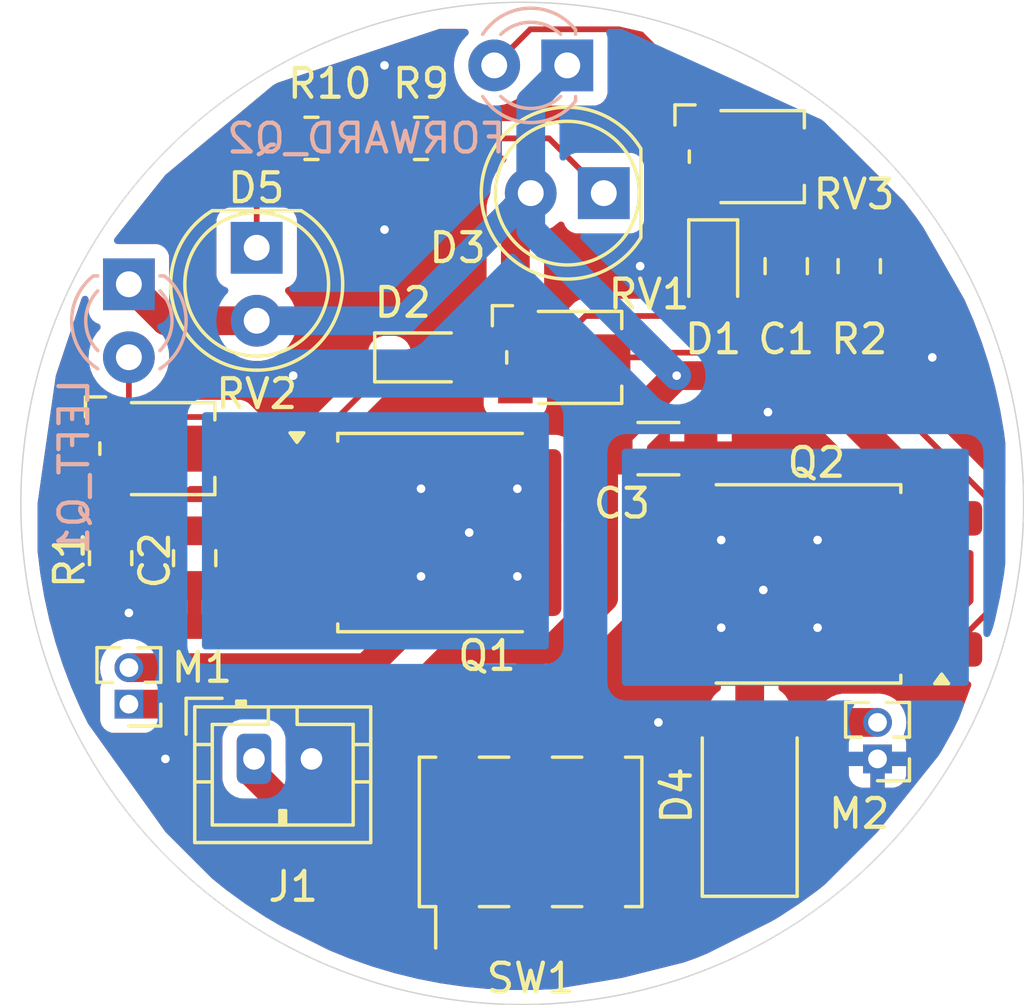
<source format=kicad_pcb>
(kicad_pcb (version 20240108) (generator "pcbnew") (generator_version "8.0")
  (layers (0 "F.Cu" signal) (31 "B.Cu" signal) (34 "B.Paste" user) (35 "F.Paste" user) (36 "B.SilkS" user "B.Silkscreen") (37 "F.SilkS" user "F.Silkscreen") (38 "B.Mask" user) (39 "F.Mask" user) (44 "Edge.Cuts" user))
  (net 0 "")
  (net 1 "GND")
  (net 2 "F-SENS")
  (net 3 "L-SENS")
  (net 4 "+BATT")
  (net 5 "Net-(D1-A)")
  (net 6 "Net-(D3-K)")
  (net 7 "Net-(D4-A)")
  (net 8 "Net-(D4-K)")
  (net 9 "Net-(D5-K)")
  (net 10 "Net-(J1-Pin_1)")
  (net 11 "Net-(M1--)")
  (net 12 "Net-(Q2-G)")
  (net 13 "Net-(R1-Pad1)")
  (net 14 "Net-(R2-Pad1)")
  (footprint "Capacitor_SMD:C_0805_2012Metric" (layer "F.Cu") (at 120.015 52.705 -90)
    (property "Reference" "C1" (at 2.54 0 180) (layer "F.SilkS"))
    (property "Value" "10nF")
    (fp_line (start -0.261252 0.735) (end 0.261252 0.735) (stroke (width 0.12)) (layer "F.SilkS"))
    (fp_line (start -0.261252 -0.735) (end 0.261252 -0.735) (stroke (width 0.12)) (layer "F.SilkS"))
    (pad "1" smd roundrect (at -0.95 0 270) (size 1 1.45) (layers "F.Cu" "F.Paste" "F.Mask") (net 2 "F-SENS"))
    (pad "2" smd roundrect (at 0.95 0 270) (size 1 1.45) (layers "F.Cu" "F.Paste" "F.Mask") (net 1 "GND"))
  )
  (footprint "Potentiometer_SMD:Potentiometer_Bourns_TC33X_Vertical" (layer "F.Cu") (at 98.245 59.055)
    (property "Reference" "RV2" (at 3.355 -1.905 0) (layer "F.SilkS"))
    (property "Value" "10k")
    (fp_line (start -2.6 -1.8) (end -2.6 -1.1) (stroke (width 0.12)) (layer "F.SilkS"))
    (fp_line (start -2.1 -0.2) (end -2.1 0.2) (stroke (width 0.12)) (layer "F.SilkS"))
    (fp_line (start -1.9 -1.8) (end -2.6 -1.8) (stroke (width 0.12)) (layer "F.SilkS"))
    (fp_line (start -1 -1.6) (end 1.9 -1.6) (stroke (width 0.12)) (layer "F.SilkS"))
    (fp_line (start -1 1.6) (end 1.9 1.6) (stroke (width 0.12)) (layer "F.SilkS"))
    (fp_line (start 1.9 -1.6) (end 1.9 -1) (stroke (width 0.12)) (layer "F.SilkS"))
    (fp_line (start 1.9 1.6) (end 1.9 1) (stroke (width 0.12)) (layer "F.SilkS"))
    (pad "1" smd rect (at -1.8 -1) (size 1.2 1.2) (layers "F.Cu" "F.Paste" "F.Mask") (net 3 "L-SENS"))
    (pad "2" smd rect (at 1.45 0) (size 1.5 1.6) (layers "F.Cu" "F.Paste" "F.Mask") (net 13 "Net-(R1-Pad1)"))
    (pad "3" smd rect (at -1.8 1) (size 1.2 1.2) (layers "F.Cu" "F.Paste" "F.Mask") (net 13 "Net-(R1-Pad1)"))
  )
  (footprint "Capacitor_SMD:C_0805_2012Metric" (layer "F.Cu") (at 99.442598 62.865 -90)
    (property "Reference" "C2" (at 0.078001 1.384533 90) (layer "F.SilkS"))
    (property "Value" "10nF")
    (fp_line (start -0.261252 0.735) (end 0.261252 0.735) (stroke (width 0.12)) (layer "F.SilkS"))
    (fp_line (start -0.261252 -0.735) (end 0.261252 -0.735) (stroke (width 0.12)) (layer "F.SilkS"))
    (pad "1" smd roundrect (at -0.95 0 270) (size 1 1.45) (layers "F.Cu" "F.Paste" "F.Mask") (net 3 "L-SENS"))
    (pad "2" smd roundrect (at 0.95 0 270) (size 1 1.45) (layers "F.Cu" "F.Paste" "F.Mask") (net 1 "GND"))
  )
  (footprint "LED_THT:LED_D5.0mm" (layer "F.Cu") (at 113.67 50.165 180)
    (property "Reference" "D3" (at 5.085 -1.905 180) (layer "F.SilkS"))
    (property "Value" "LED")
    (fp_line (start -1.29 -1.545) (end -1.29 1.545) (stroke (width 0.12)) (layer "F.SilkS"))
    (fp_arc (start 4.26 -0.000462) (mid 2.072002 2.880433) (end -1.29 1.54483) (stroke (width 0.12)) (layer "F.SilkS"))
    (fp_arc (start -1.29 -1.54483) (mid 2.072002 -2.880433) (end 4.26 0.000462) (stroke (width 0.12)) (layer "F.SilkS"))
    (fp_circle (center 1.27 0) (end 3.77 0) (stroke (width 0.12)) (fill none) (layer "F.SilkS"))
    (pad "1" thru_hole rect (at 0 0 180) (size 1.8 1.8) (drill 0.9) (layers "*.Cu" "*.Mask") (net 6 "Net-(D3-K)"))
    (pad "2" thru_hole circle (at 2.54 0 180) (size 1.8 1.8) (drill 0.9) (layers "*.Cu" "*.Mask") (net 4 "+BATT"))
  )
  (footprint "Package_TO_SOT_SMD:TO-252-2" (layer "F.Cu") (at 120.69 63.76 180)
    (property "Reference" "Q2" (at -0.375211 4.218747 180) (layer "F.SilkS"))
    (property "Value" "IRF4905")
    (fp_line (start 3.11 3.45) (end -3.31 3.45) (stroke (width 0.12)) (layer "F.SilkS"))
    (fp_line (start 3.11 -3.45) (end -3.31 -3.45) (stroke (width 0.12)) (layer "F.SilkS"))
    (fp_line (start -3.31 3.45) (end -3.31 3.18) (stroke (width 0.12)) (layer "F.SilkS"))
    (fp_line (start -3.31 -3.45) (end -3.31 -3.18) (stroke (width 0.12)) (layer "F.SilkS"))
    (fp_poly (pts (xy -4.73 -3.14) (xy -4.97 -3.47) (xy -4.49 -3.47) (xy -4.73 -3.14)) (stroke (width 0.12)) (fill solid) (layer "F.SilkS"))
    (pad "1" smd roundrect (at -5.04 -2.28 180) (size 2.2 1.2) (layers "F.Cu" "F.Paste" "F.Mask") (roundrect_rratio 0.208333) (net 12 "Net-(Q2-G)"))
    (pad "2" smd roundrect (at -0.415 -1.525 180) (size 3.05 2.75) (layers "F.Cu" "F.Paste") (roundrect_rratio 0.090909) (net 7 "Net-(D4-A)"))
    (pad "2" smd roundrect (at -0.415 1.525 180) (size 3.05 2.75) (layers "F.Cu" "F.Paste") (roundrect_rratio 0.090909) (net 7 "Net-(D4-A)"))
    (pad "2" smd roundrect (at 1.26 0 180) (size 6.4 5.8) (layers "F.Cu" "F.Mask") (roundrect_rratio 0.043103) (net 7 "Net-(D4-A)"))
    (pad "2" smd roundrect (at 2.935 -1.525 180) (size 3.05 2.75) (layers "F.Cu" "F.Paste") (roundrect_rratio 0.090909) (net 7 "Net-(D4-A)"))
    (pad "2" smd roundrect (at 2.935 1.525 180) (size 3.05 2.75) (layers "F.Cu" "F.Paste") (roundrect_rratio 0.090909) (net 7 "Net-(D4-A)"))
    (pad "3" smd roundrect (at -5.04 2.28 180) (size 2.2 1.2) (layers "F.Cu" "F.Paste" "F.Mask") (roundrect_rratio 0.208333) (net 4 "+BATT"))
  )
  (footprint "Connector_PinHeader_2.54mm:PinHeader_2x03_P2.54mm_Vertical_SMD" (layer "F.Cu") (at 111.125 72.39 90)
    (property "Reference" "SW1" (at -5.095 0 180) (layer "F.SilkS"))
    (property "Value" "ON-OFF")
    (fp_line (start 2.6 -3.87) (end 2.6 -3.3) (stroke (width 0.12)) (layer "F.SilkS"))
    (fp_line (start -2.6 -3.87) (end 2.6 -3.87) (stroke (width 0.12)) (layer "F.SilkS"))
    (fp_line (start -2.6 -3.87) (end -2.6 -3.3) (stroke (width 0.12)) (layer "F.SilkS"))
    (fp_line (start -4.04 -3.3) (end -2.6 -3.3) (stroke (width 0.12)) (layer "F.SilkS"))
    (fp_line (start 2.6 -1.78) (end 2.6 -0.76) (stroke (width 0.12)) (layer "F.SilkS"))
    (fp_line (start -2.6 -1.78) (end -2.6 -0.76) (stroke (width 0.12)) (layer "F.SilkS"))
    (fp_line (start 2.6 0.76) (end 2.6 1.78) (stroke (width 0.12)) (layer "F.SilkS"))
    (fp_line (start -2.6 0.76) (end -2.6 1.78) (stroke (width 0.12)) (layer "F.SilkS"))
    (fp_line (start 2.6 3.3) (end 2.6 3.87) (stroke (width 0.12)) (layer "F.SilkS"))
    (fp_line (start -2.6 3.3) (end -2.6 3.87) (stroke (width 0.12)) (layer "F.SilkS"))
    (fp_line (start -2.6 3.87) (end 2.6 3.87) (stroke (width 0.12)) (layer "F.SilkS"))
    (pad "1" smd rect (at -2.525 -2.54 90) (size 3.15 1) (layers "F.Cu" "F.Paste" "F.Mask") (net 10 "Net-(J1-Pin_1)"))
    (pad "2" smd rect (at -2.525 0 90) (size 3.15 1) (layers "F.Cu" "F.Paste" "F.Mask") (net 4 "+BATT"))
    (pad "3" smd rect (at -2.525 2.54 90) (size 3.15 1) (layers "F.Cu" "F.Paste" "F.Mask"))
    (pad "4" smd rect (at 2.525 2.54 90) (size 3.15 1) (layers "F.Cu" "F.Paste" "F.Mask"))
    (pad "5" smd rect (at 2.525 0 90) (size 3.15 1) (layers "F.Cu" "F.Paste" "F.Mask") (net 4 "+BATT"))
    (pad "6" smd rect (at 2.525 -2.54 90) (size 3.15 1) (layers "F.Cu" "F.Paste" "F.Mask") (net 10 "Net-(J1-Pin_1)"))
  )
  (footprint "Connector_JST:JST_PH_B2B-PH-K_1x02_P2.00mm_Vertical" (layer "F.Cu") (at 101.505 69.85)
    (property "Reference" "J1" (at 1.365 4.445 0) (layer "F.SilkS"))
    (property "Value" "Battery 3.7v")
    (fp_line (start -2.36 -2.11) (end -2.36 -0.86) (stroke (width 0.12)) (layer "F.SilkS"))
    (fp_line (start -2.06 -1.81) (end -2.06 2.91) (stroke (width 0.12)) (layer "F.SilkS"))
    (fp_line (start -2.06 -0.5) (end -1.45 -0.5) (stroke (width 0.12)) (layer "F.SilkS"))
    (fp_line (start -2.06 0.8) (end -1.45 0.8) (stroke (width 0.12)) (layer "F.SilkS"))
    (fp_line (start -2.06 2.91) (end 4.06 2.91) (stroke (width 0.12)) (layer "F.SilkS"))
    (fp_line (start -1.45 -1.2) (end -1.45 2.3) (stroke (width 0.12)) (layer "F.SilkS"))
    (fp_line (start -1.45 2.3) (end 3.45 2.3) (stroke (width 0.12)) (layer "F.SilkS"))
    (fp_line (start -1.11 -2.11) (end -2.36 -2.11) (stroke (width 0.12)) (layer "F.SilkS"))
    (fp_line (start -0.6 -2.01) (end -0.6 -1.81) (stroke (width 0.12)) (layer "F.SilkS"))
    (fp_line (start -0.3 -2.01) (end -0.6 -2.01) (stroke (width 0.12)) (layer "F.SilkS"))
    (fp_line (start -0.3 -1.91) (end -0.6 -1.91) (stroke (width 0.12)) (layer "F.SilkS"))
    (fp_line (start -0.3 -1.81) (end -0.3 -2.01) (stroke (width 0.12)) (layer "F.SilkS"))
    (fp_line (start 0.5 -1.81) (end 0.5 -1.2) (stroke (width 0.12)) (layer "F.SilkS"))
    (fp_line (start 0.5 -1.2) (end -1.45 -1.2) (stroke (width 0.12)) (layer "F.SilkS"))
    (fp_line (start 0.9 1.8) (end 1.1 1.8) (stroke (width 0.12)) (layer "F.SilkS"))
    (fp_line (start 0.9 2.3) (end 0.9 1.8) (stroke (width 0.12)) (layer "F.SilkS"))
    (fp_line (start 1 2.3) (end 1 1.8) (stroke (width 0.12)) (layer "F.SilkS"))
    (fp_line (start 1.1 1.8) (end 1.1 2.3) (stroke (width 0.12)) (layer "F.SilkS"))
    (fp_line (start 1.5 -1.2) (end 1.5 -1.81) (stroke (width 0.12)) (layer "F.SilkS"))
    (fp_line (start 3.45 -1.2) (end 1.5 -1.2) (stroke (width 0.12)) (layer "F.SilkS"))
    (fp_line (start 3.45 2.3) (end 3.45 -1.2) (stroke (width 0.12)) (layer "F.SilkS"))
    (fp_line (start 4.06 -1.81) (end -2.06 -1.81) (stroke (width 0.12)) (layer "F.SilkS"))
    (fp_line (start 4.06 -0.5) (end 3.45 -0.5) (stroke (width 0.12)) (layer "F.SilkS"))
    (fp_line (start 4.06 0.8) (end 3.45 0.8) (stroke (width 0.12)) (layer "F.SilkS"))
    (fp_line (start 4.06 2.91) (end 4.06 -1.81) (stroke (width 0.12)) (layer "F.SilkS"))
    (pad "1" thru_hole roundrect (at 0 0) (size 1.2 1.75) (drill 0.75) (layers "*.Cu" "*.Mask") (roundrect_rratio 0.208333) (net 10 "Net-(J1-Pin_1)"))
    (pad "2" thru_hole oval (at 2 0) (size 1.2 1.75) (drill 0.75) (layers "*.Cu" "*.Mask") (net 1 "GND"))
  )
  (footprint "Potentiometer_SMD:Potentiometer_Bourns_TC33X_Vertical" (layer "F.Cu") (at 112.395 55.88)
    (property "Reference" "RV1" (at 2.849536 -2.195037 0) (layer "F.SilkS"))
    (property "Value" "100k")
    (fp_line (start -2.6 -1.8) (end -2.6 -1.1) (stroke (width 0.12)) (layer "F.SilkS"))
    (fp_line (start -2.1 -0.2) (end -2.1 0.2) (stroke (width 0.12)) (layer "F.SilkS"))
    (fp_line (start -1.9 -1.8) (end -2.6 -1.8) (stroke (width 0.12)) (layer "F.SilkS"))
    (fp_line (start -1 -1.6) (end 1.9 -1.6) (stroke (width 0.12)) (layer "F.SilkS"))
    (fp_line (start -1 1.6) (end 1.9 1.6) (stroke (width 0.12)) (layer "F.SilkS"))
    (fp_line (start 1.9 -1.6) (end 1.9 -1) (stroke (width 0.12)) (layer "F.SilkS"))
    (fp_line (start 1.9 1.6) (end 1.9 1) (stroke (width 0.12)) (layer "F.SilkS"))
    (pad "1" smd rect (at -1.8 -1) (size 1.2 1.2) (layers "F.Cu" "F.Paste" "F.Mask") (net 4 "+BATT"))
    (pad "2" smd rect (at 1.45 0) (size 1.5 1.6) (layers "F.Cu" "F.Paste" "F.Mask") (net 12 "Net-(Q2-G)"))
    (pad "3" smd rect (at -1.8 1) (size 1.2 1.2) (layers "F.Cu" "F.Paste" "F.Mask") (net 5 "Net-(D1-A)"))
  )
  (footprint "Resistor_SMD:R_0805_2012Metric" (layer "F.Cu") (at 107.315 48.26 180)
    (property "Reference" "R9" (at 0 1.905 0) (layer "F.SilkS"))
    (property "Value" "110R")
    (fp_line (start -0.227064 0.735) (end 0.227064 0.735) (stroke (width 0.12)) (layer "F.SilkS"))
    (fp_line (start -0.227064 -0.735) (end 0.227064 -0.735) (stroke (width 0.12)) (layer "F.SilkS"))
    (pad "1" smd roundrect (at -0.9125 0 180) (size 1.025 1.4) (layers "F.Cu" "F.Paste" "F.Mask") (roundrect_rratio 0.243902) (net 6 "Net-(D3-K)"))
    (pad "2" smd roundrect (at 0.9125 0 180) (size 1.025 1.4) (layers "F.Cu" "F.Paste" "F.Mask") (roundrect_rratio 0.243902) (net 1 "GND"))
  )
  (footprint "Diode_SMD:D_SOD-323F" (layer "F.Cu") (at 117.475 52.705 -90)
    (property "Reference" "D1" (at 2.54 0 180) (layer "F.SilkS"))
    (property "Value" "BAT54J")
    (fp_line (start -1.61 0.85) (end 1.05 0.85) (stroke (width 0.12)) (layer "F.SilkS"))
    (fp_line (start -1.61 -0.85) (end -1.61 0.85) (stroke (width 0.12)) (layer "F.SilkS"))
    (fp_line (start -1.61 -0.85) (end 1.05 -0.85) (stroke (width 0.12)) (layer "F.SilkS"))
    (pad "1" smd roundrect (at -1.1 0 270) (size 0.5 0.5) (layers "F.Cu" "F.Paste" "F.Mask") (net 2 "F-SENS"))
    (pad "2" smd roundrect (at 1.1 0 270) (size 0.5 0.5) (layers "F.Cu" "F.Paste" "F.Mask") (net 5 "Net-(D1-A)"))
  )
  (footprint "LED_THT:LED_D5.0mm" (layer "F.Cu") (at 101.6 52.065 -90)
    (property "Reference" "D5" (at -2.079079 0.01456 0) (layer "F.SilkS"))
    (property "Value" "LED")
    (fp_line (start -1.29 -1.545) (end -1.29 1.545) (stroke (width 0.12)) (layer "F.SilkS"))
    (fp_arc (start 4.26 -0.000462) (mid 2.072002 2.880433) (end -1.29 1.54483) (stroke (width 0.12)) (layer "F.SilkS"))
    (fp_arc (start -1.29 -1.54483) (mid 2.072002 -2.880433) (end 4.26 0.000462) (stroke (width 0.12)) (layer "F.SilkS"))
    (fp_circle (center 1.27 0) (end 3.77 0) (stroke (width 0.12)) (fill none) (layer "F.SilkS"))
    (pad "1" thru_hole rect (at 0 0 270) (size 1.8 1.8) (drill 0.9) (layers "*.Cu" "*.Mask") (net 9 "Net-(D5-K)"))
    (pad "2" thru_hole circle (at 2.54 0 270) (size 1.8 1.8) (drill 0.9) (layers "*.Cu" "*.Mask") (net 4 "+BATT"))
  )
  (footprint "Capacitor_SMD:C_1206_3216Metric" (layer "F.Cu") (at 115.57 59.055)
    (property "Reference" "C3" (at -1.27 1.905 180) (layer "F.SilkS"))
    (property "Value" "47uF")
    (fp_line (start -0.711252 -0.91) (end 0.711252 -0.91) (stroke (width 0.12)) (layer "F.SilkS"))
    (fp_line (start -0.711252 0.91) (end 0.711252 0.91) (stroke (width 0.12)) (layer "F.SilkS"))
    (pad "1" smd roundrect (at -1.475 0) (size 1.15 1.8) (layers "F.Cu" "F.Paste" "F.Mask") (roundrect_rratio 0.217391) (net 4 "+BATT"))
    (pad "2" smd roundrect (at 1.475 0) (size 1.15 1.8) (layers "F.Cu" "F.Paste" "F.Mask") (roundrect_rratio 0.217391) (net 1 "GND"))
  )
  (footprint "Package_TO_SOT_SMD:TO-252-2" (layer "F.Cu") (at 107.73 61.975)
    (property "Reference" "Q1" (at 1.878353 4.287009 0) (layer "F.SilkS"))
    (property "Value" "IRLZ44N")
    (fp_line (start -3.31 -3.45) (end -3.31 -3.18) (stroke (width 0.12)) (layer "F.SilkS"))
    (fp_line (start -3.31 3.45) (end -3.31 3.18) (stroke (width 0.12)) (layer "F.SilkS"))
    (fp_line (start 3.11 -3.45) (end -3.31 -3.45) (stroke (width 0.12)) (layer "F.SilkS"))
    (fp_line (start 3.11 3.45) (end -3.31 3.45) (stroke (width 0.12)) (layer "F.SilkS"))
    (fp_poly (pts (xy -4.73 -3.14) (xy -4.97 -3.47) (xy -4.49 -3.47) (xy -4.73 -3.14)) (stroke (width 0.12)) (fill solid) (layer "F.SilkS"))
    (pad "1" smd roundrect (at -5.04 -2.28) (size 2.2 1.2) (layers "F.Cu" "F.Paste" "F.Mask") (roundrect_rratio 0.208333) (net 3 "L-SENS"))
    (pad "2" smd roundrect (at -0.415 -1.525) (size 3.05 2.75) (layers "F.Cu" "F.Paste") (roundrect_rratio 0.090909) (net 11 "Net-(M1--)"))
    (pad "2" smd roundrect (at -0.415 1.525) (size 3.05 2.75) (layers "F.Cu" "F.Paste") (roundrect_rratio 0.090909) (net 11 "Net-(M1--)"))
    (pad "2" smd roundrect (at 1.26 0) (size 6.4 5.8) (layers "F.Cu" "F.Mask") (roundrect_rratio 0.043103) (net 11 "Net-(M1--)"))
    (pad "2" smd roundrect (at 2.935 -1.525) (size 3.05 2.75) (layers "F.Cu" "F.Paste") (roundrect_rratio 0.090909) (net 11 "Net-(M1--)"))
    (pad "2" smd roundrect (at 2.935 1.525) (size 3.05 2.75) (layers "F.Cu" "F.Paste") (roundrect_rratio 0.090909) (net 11 "Net-(M1--)"))
    (pad "3" smd roundrect (at -5.04 2.28) (size 2.2 1.2) (layers "F.Cu" "F.Paste" "F.Mask") (roundrect_rratio 0.208333) (net 1 "GND"))
  )
  (footprint "Resistor_SMD:R_0805_2012Metric" (layer "F.Cu") (at 103.505 48.26)
    (property "Reference" "R10" (at 0.635 -1.905 0) (layer "F.SilkS"))
    (property "Value" "110R")
    (fp_line (start -0.227064 -0.735) (end 0.227064 -0.735) (stroke (width 0.12)) (layer "F.SilkS"))
    (fp_line (start -0.227064 0.735) (end 0.227064 0.735) (stroke (width 0.12)) (layer "F.SilkS"))
    (pad "1" smd roundrect (at -0.9125 0) (size 1.025 1.4) (layers "F.Cu" "F.Paste" "F.Mask") (roundrect_rratio 0.243902) (net 9 "Net-(D5-K)"))
    (pad "2" smd roundrect (at 0.9125 0) (size 1.025 1.4) (layers "F.Cu" "F.Paste" "F.Mask") (roundrect_rratio 0.243902) (net 1 "GND"))
  )
  (footprint "Resistor_SMD:R_0805_2012Metric" (layer "F.Cu") (at 122.555 52.705 -90)
    (property "Reference" "R2" (at 2.54 0 180) (layer "F.SilkS"))
    (property "Value" "1k5")
    (fp_line (start -0.227064 0.735) (end 0.227064 0.735) (stroke (width 0.12)) (layer "F.SilkS"))
    (fp_line (start -0.227064 -0.735) (end 0.227064 -0.735) (stroke (width 0.12)) (layer "F.SilkS"))
    (pad "1" smd roundrect (at -0.9125 0 270) (size 1.025 1.4) (layers "F.Cu" "F.Paste" "F.Mask") (roundrect_rratio 0.243902) (net 14 "Net-(R2-Pad1)"))
    (pad "2" smd roundrect (at 0.9125 0 270) (size 1.025 1.4) (layers "F.Cu" "F.Paste" "F.Mask") (roundrect_rratio 0.243902) (net 1 "GND"))
  )
  (footprint "Diode_SMD:D_SMA" (layer "F.Cu") (at 118.745 71.12 90)
    (property "Reference" "D4" (at 0 -2.54 90) (layer "F.SilkS"))
    (property "Value" "MBR340")
    (fp_line (start -3.51 -1.65) (end 2 -1.65) (stroke (width 0.12)) (layer "F.SilkS"))
    (fp_line (start -3.51 -1.65) (end -3.51 1.65) (stroke (width 0.12)) (layer "F.SilkS"))
    (fp_line (start -3.51 1.65) (end 2 1.65) (stroke (width 0.12)) (layer "F.SilkS"))
    (pad "1" smd roundrect (at -2 0 90) (size 2.5 1.8) (layers "F.Cu" "F.Paste" "F.Mask") (roundrect_rratio 0.1388888889) (net 8 "Net-(D4-K)"))
    (pad "2" smd roundrect (at 2 0 90) (size 2.5 1.8) (layers "F.Cu" "F.Paste" "F.Mask") (roundrect_rratio 0.1388888889) (net 7 "Net-(D4-A)"))
  )
  (footprint "Potentiometer_SMD:Potentiometer_Bourns_TC33X_Vertical" (layer "F.Cu") (at 118.745 48.895)
    (property "Reference" "RV3" (at 3.628277 1.309365 0) (layer "F.SilkS"))
    (property "Value" "10k")
    (fp_line (start -2.6 -1.8) (end -2.6 -1.1) (stroke (width 0.12)) (layer "F.SilkS"))
    (fp_line (start -2.1 -0.2) (end -2.1 0.2) (stroke (width 0.12)) (layer "F.SilkS"))
    (fp_line (start -1.9 -1.8) (end -2.6 -1.8) (stroke (width 0.12)) (layer "F.SilkS"))
    (fp_line (start -1 -1.6) (end 1.9 -1.6) (stroke (width 0.12)) (layer "F.SilkS"))
    (fp_line (start -1 1.6) (end 1.9 1.6) (stroke (width 0.12)) (layer "F.SilkS"))
    (fp_line (start 1.9 -1.6) (end 1.9 -1) (stroke (width 0.12)) (layer "F.SilkS"))
    (fp_line (start 1.9 1.6) (end 1.9 1) (stroke (width 0.12)) (layer "F.SilkS"))
    (pad "1" smd rect (at -1.8 -1) (size 1.2 1.2) (layers "F.Cu" "F.Paste" "F.Mask") (net 2 "F-SENS"))
    (pad "2" smd rect (at 1.45 0) (size 1.5 1.6) (layers "F.Cu" "F.Paste" "F.Mask") (net 14 "Net-(R2-Pad1)"))
    (pad "3" smd rect (at -1.8 1) (size 1.2 1.2) (layers "F.Cu" "F.Paste" "F.Mask") (net 14 "Net-(R2-Pad1)"))
  )
  (footprint "Resistor_SMD:R_0805_2012Metric" (layer "F.Cu") (at 96.52 62.865 -90)
    (property "Reference" "R1" (at 0.058501 1.426004 90) (layer "F.SilkS"))
    (property "Value" "1k5")
    (fp_line (start -0.227064 0.735) (end 0.227064 0.735) (stroke (width 0.12)) (layer "F.SilkS"))
    (fp_line (start -0.227064 -0.735) (end 0.227064 -0.735) (stroke (width 0.12)) (layer "F.SilkS"))
    (pad "1" smd roundrect (at -0.9125 0 270) (size 1.025 1.4) (layers "F.Cu" "F.Paste" "F.Mask") (roundrect_rratio 0.243902) (net 13 "Net-(R1-Pad1)"))
    (pad "2" smd roundrect (at 0.9125 0 270) (size 1.025 1.4) (layers "F.Cu" "F.Paste" "F.Mask") (roundrect_rratio 0.243902) (net 1 "GND"))
  )
  (footprint "Connector_PinHeader_1.27mm:PinHeader_1x02_P1.27mm_Vertical" (layer "F.Cu") (at 97.155 67.945 180)
    (property "Reference" "M1" (at -2.54 1.27 0) (layer "F.SilkS"))
    (property "Value" "Motor-LEFT")
    (fp_line (start 1.11 0.76) (end 1.11 1.965) (stroke (width 0.12)) (layer "F.SilkS"))
    (fp_line (start 0.563471 0.76) (end 1.11 0.76) (stroke (width 0.12)) (layer "F.SilkS"))
    (fp_line (start 0.30753 1.965) (end 1.11 1.965) (stroke (width 0.12)) (layer "F.SilkS"))
    (fp_line (start -1.11 1.965) (end -0.30753 1.965) (stroke (width 0.12)) (layer "F.SilkS"))
    (fp_line (start -1.11 0.76) (end -0.563471 0.76) (stroke (width 0.12)) (layer "F.SilkS"))
    (fp_line (start -1.11 0.76) (end -1.11 1.965) (stroke (width 0.12)) (layer "F.SilkS"))
    (fp_line (start -1.11 0) (end -1.11 -0.76) (stroke (width 0.12)) (layer "F.SilkS"))
    (fp_line (start -1.11 -0.76) (end 0 -0.76) (stroke (width 0.12)) (layer "F.SilkS"))
    (pad "1" thru_hole rect (at 0 0 180) (size 1 1) (drill 0.65) (layers "*.Cu" "*.Mask") (net 4 "+BATT"))
    (pad "2" thru_hole oval (at 0 1.27 180) (size 1 1) (drill 0.65) (layers "*.Cu" "*.Mask") (net 11 "Net-(M1--)"))
  )
  (footprint "Diode_SMD:D_SOD-323F" (layer "F.Cu") (at 107.315 55.88)
    (property "Reference" "D2" (at -0.635 -1.905 0) (layer "F.SilkS"))
    (property "Value" "BAT54J")
    (fp_line (start -1.61 -0.85) (end -1.61 0.85) (stroke (width 0.12)) (layer "F.SilkS"))
    (fp_line (start -1.61 -0.85) (end 1.05 -0.85) (stroke (width 0.12)) (layer "F.SilkS"))
    (fp_line (start -1.61 0.85) (end 1.05 0.85) (stroke (width 0.12)) (layer "F.SilkS"))
    (pad "1" smd roundrect (at -1.1 0) (size 0.5 0.5) (layers "F.Cu" "F.Paste" "F.Mask") (net 3 "L-SENS"))
    (pad "2" smd roundrect (at 1.1 0) (size 0.5 0.5) (layers "F.Cu" "F.Paste" "F.Mask") (net 5 "Net-(D1-A)"))
  )
  (footprint "Connector_PinHeader_1.27mm:PinHeader_1x02_P1.27mm_Vertical" (layer "F.Cu") (at 123.19 69.85 180)
    (property "Reference" "M2" (at 0.635 -1.905 0) (layer "F.SilkS"))
    (property "Value" "Motor-RIGHT")
    (fp_line (start 1.11 0.76) (end 1.11 1.965) (stroke (width 0.12)) (layer "F.SilkS"))
    (fp_line (start 0.563471 0.76) (end 1.11 0.76) (stroke (width 0.12)) (layer "F.SilkS"))
    (fp_line (start 0.30753 1.965) (end 1.11 1.965) (stroke (width 0.12)) (layer "F.SilkS"))
    (fp_line (start -1.11 1.965) (end -0.30753 1.965) (stroke (width 0.12)) (layer "F.SilkS"))
    (fp_line (start -1.11 0.76) (end -0.563471 0.76) (stroke (width 0.12)) (layer "F.SilkS"))
    (fp_line (start -1.11 0.76) (end -1.11 1.965) (stroke (width 0.12)) (layer "F.SilkS"))
    (fp_line (start -1.11 0) (end -1.11 -0.76) (stroke (width 0.12)) (layer "F.SilkS"))
    (fp_line (start -1.11 -0.76) (end 0 -0.76) (stroke (width 0.12)) (layer "F.SilkS"))
    (pad "1" thru_hole rect (at 0 0 180) (size 1 1) (drill 0.65) (layers "*.Cu" "*.Mask") (net 1 "GND"))
    (pad "2" thru_hole oval (at 0 1.27 180) (size 1 1) (drill 0.65) (layers "*.Cu" "*.Mask") (net 8 "Net-(D4-K)"))
  )
  (footprint "LED_THT:LED_D3.0mm_Clear" (layer "B.Cu") (at 97.155 53.335 -90)
    (property "Reference" "LEFT_Q1" (at 6.355 1.905 90) (layer "B.SilkS") (effects (justify mirror)))
    (property "Value" "BPW85C")
    (fp_line (start -0.29 1.08) (end -0.29 1.236) (stroke (width 0.12)) (layer "B.SilkS"))
    (fp_line (start -0.29 -1.236) (end -0.29 -1.08) (stroke (width 0.12)) (layer "B.SilkS"))
    (fp_arc (start 2.31113 1.079837) (mid 1.270117 1.5) (end 0.229039 1.08) (stroke (width 0.12)) (layer "B.SilkS"))
    (fp_arc (start 2.942335 1.078608) (mid 1.366487 1.987659) (end -0.29 1.235516) (stroke (width 0.12)) (layer "B.SilkS"))
    (fp_arc (start 0.229039 -1.08) (mid 1.270117 -1.5) (end 2.31113 -1.079837) (stroke (width 0.12)) (layer "B.SilkS"))
    (fp_arc (start -0.29 -1.235516) (mid 1.366487 -1.987659) (end 2.942335 -1.078608) (stroke (width 0.12)) (layer "B.SilkS"))
    (pad "1" thru_hole rect (at 0 0 270) (size 1.8 1.8) (drill 0.9) (layers "*.Cu" "*.Mask") (net 4 "+BATT"))
    (pad "2" thru_hole circle (at 2.54 0 270) (size 1.8 1.8) (drill 0.9) (layers "*.Cu" "*.Mask") (net 3 "L-SENS"))
  )
  (footprint "LED_THT:LED_D3.0mm_Clear" (layer "B.Cu") (at 112.4 45.72 180)
    (property "Reference" "FORWARD_Q2" (at 6.99 -2.54 0) (layer "B.SilkS") (effects (justify mirror)))
    (property "Value" "BPW85C")
    (fp_line (start -0.29 1.08) (end -0.29 1.236) (stroke (width 0.12)) (layer "B.SilkS"))
    (fp_line (start -0.29 -1.236) (end -0.29 -1.08) (stroke (width 0.12)) (layer "B.SilkS"))
    (fp_arc (start 2.942335 1.078608) (mid 1.366487 1.987659) (end -0.29 1.235516) (stroke (width 0.12)) (layer "B.SilkS"))
    (fp_arc (start 2.31113 1.079837) (mid 1.270117 1.5) (end 0.229039 1.08) (stroke (width 0.12)) (layer "B.SilkS"))
    (fp_arc (start 0.229039 -1.08) (mid 1.270117 -1.5) (end 2.31113 -1.079837) (stroke (width 0.12)) (layer "B.SilkS"))
    (fp_arc (start -0.29 -1.235516) (mid 1.366487 -1.987659) (end 2.942335 -1.078608) (stroke (width 0.12)) (layer "B.SilkS"))
    (pad "1" thru_hole rect (at 0 0 180) (size 1.8 1.8) (drill 0.9) (layers "*.Cu" "*.Mask") (net 4 "+BATT"))
    (pad "2" thru_hole circle (at 2.54 0 180) (size 1.8 1.8) (drill 0.9) (layers "*.Cu" "*.Mask") (net 2 "F-SENS"))
  )
  (gr_circle (center 110.833497 60.96) (end 114.008497 78.105) (stroke (width 0.05)) (fill none) (layer "Edge.Cuts"))
  (via (at 97.155 64.77) (size 0.6) (drill 0.3) (layers "F.Cu" "B.Cu") (net 1))
  (via (at 119.38 57.785) (size 0.6) (drill 0.3) (layers "F.Cu" "B.Cu") (net 1))
  (via (at 106.045 51.435) (size 0.6) (drill 0.3) (layers "F.Cu" "B.Cu") (net 1))
  (via (at 106.045 45.72) (size 0.6) (drill 0.3) (layers "F.Cu" "B.Cu") (net 1))
  (via (at 98.425 69.85) (size 0.6) (drill 0.3) (layers "F.Cu" "B.Cu") (net 1))
  (via (at 115.57 68.58) (size 0.6) (drill 0.3) (layers "F.Cu" "B.Cu") (net 1))
  (via (at 102.87 56.515) (size 0.6) (drill 0.3) (layers "F.Cu" "B.Cu") (net 1))
  (via (at 125.095 55.88) (size 0.6) (drill 0.3) (layers "F.Cu" "B.Cu") (net 1))
  (via (at 114.935 52.705) (size 0.6) (drill 0.3) (layers "F.Cu" "B.Cu") (net 1))
  (segment (start 116.945 46.61377) (end 116.945 47.895) (width 0.2) (layer "F.Cu") (net 2))
  (segment (start 109.86 45.72) (end 111.116286 44.463714) (width 0.2) (layer "F.Cu") (net 2))
  (segment (start 114.974727 44.643497) (end 116.945 46.61377) (width 0.2) (layer "F.Cu") (net 2))
  (segment (start 116.945 47.895) (end 116.045 48.795) (width 0.2) (layer "F.Cu") (net 2))
  (segment (start 114.187693 44.463714) (end 114.974727 44.643497) (width 0.2) (layer "F.Cu") (net 2))
  (segment (start 116.855 51.605) (end 117.475 51.605) (width 0.2) (layer "F.Cu") (net 2))
  (segment (start 117.475 51.605) (end 119.865 51.605) (width 0.2) (layer "F.Cu") (net 2))
  (segment (start 116.045 50.795) (end 116.855 51.605) (width 0.2) (layer "F.Cu") (net 2))
  (segment (start 111.116286 44.463714) (end 114.187693 44.463714) (width 0.2) (layer "F.Cu") (net 2))
  (segment (start 116.045 48.795) (end 116.045 50.795) (width 0.2) (layer "F.Cu") (net 2))
  (segment (start 119.865 51.605) (end 120.015 51.755) (width 0.2) (layer "F.Cu") (net 2))
  (segment (start 97.155 57.345) (end 96.445 58.055) (width 0.2) (layer "F.Cu") (net 3))
  (segment (start 97.155 55.875) (end 97.155 57.345) (width 0.2) (layer "F.Cu") (net 3))
  (segment (start 102.69 59.695) (end 100.47 61.915) (width 0.2) (layer "F.Cu") (net 3))
  (segment (start 106.215 56.17) (end 106.215 55.88) (width 0.2) (layer "F.Cu") (net 3))
  (segment (start 96.445 58.055) (end 96.545 57.955) (width 0.2) (layer "F.Cu") (net 3))
  (segment (start 100.95 57.955) (end 102.69 59.695) (width 0.2) (layer "F.Cu") (net 3))
  (segment (start 102.69 59.695) (end 106.215 56.17) (width 0.2) (layer "F.Cu") (net 3))
  (segment (start 96.545 57.955) (end 100.95 57.955) (width 0.2) (layer "F.Cu") (net 3))
  (segment (start 100.47 61.915) (end 99.442598 61.915) (width 0.2) (layer "F.Cu") (net 3))
  (segment (start 110.595 50.7) (end 111.13 50.165) (width 1) (layer "F.Cu") (net 4))
  (segment (start 116.205 56.515) (end 114.095 58.625) (width 1) (layer "F.Cu") (net 4))
  (segment (start 106.68 67.945) (end 97.155 67.945) (width 1) (layer "F.Cu") (net 4))
  (segment (start 110.595 54.88) (end 110.595 50.7) (width 1) (layer "F.Cu") (net 4))
  (segment (start 120.765 56.515) (end 125.73 61.48) (width 1) (layer "F.Cu") (net 4))
  (segment (start 116.205 56.515) (end 120.765 56.515) (width 1) (layer "F.Cu") (net 4))
  (segment (start 101.875 54.88) (end 101.6 54.605) (width 1) (layer "F.Cu") (net 4))
  (segment (start 111.875432 66.04) (end 111.125 66.04) (width 1) (layer "F.Cu") (net 4))
  (segment (start 111.125 69.865) (end 111.125 66.04) (width 1) (layer "F.Cu") (net 4))
  (segment (start 108.585 66.04) (end 106.68 67.945) (width 1) (layer "F.Cu") (net 4))
  (segment (start 110.895 54.88) (end 110.595 54.88) (width 1) (layer "F.Cu") (net 4))
  (segment (start 111.125 74.915) (end 111.125 69.865) (width 1) (layer "F.Cu") (net 4))
  (segment (start 98.425 54.605) (end 97.155 53.335) (width 1) (layer "F.Cu") (net 4))
  (segment (start 113.665 59.055) (end 113.665 64.250432) (width 1) (layer "F.Cu") (net 4))
  (segment (start 114.095 58.625) (end 113.665 59.055) (width 1) (layer "F.Cu") (net 4))
  (segment (start 111.125 66.04) (end 108.585 66.04) (width 1) (layer "F.Cu") (net 4))
  (segment (start 114.095 58.625) (end 114.095 59.055) (width 1) (layer "F.Cu") (net 4))
  (segment (start 101.6 54.605) (end 98.425 54.605) (width 1) (layer "F.Cu") (net 4))
  (segment (start 113.665 64.250432) (end 111.875432 66.04) (width 1) (layer "F.Cu") (net 4))
  (via (at 116.205 56.515) (size 0.6) (drill 0.3) (layers "F.Cu" "B.Cu") (net 4))
  (segment (start 111.13 46.99) (end 112.4 45.72) (width 1) (layer "B.Cu") (net 4))
  (segment (start 106.69 54.605) (end 101.6 54.605) (width 1) (layer "B.Cu") (net 4))
  (segment (start 111.13 51.44) (end 111.13 50.165) (width 1) (layer "B.Cu") (net 4))
  (segment (start 111.13 50.165) (end 106.69 54.605) (width 1) (layer "B.Cu") (net 4))
  (segment (start 116.205 56.515) (end 111.13 51.44) (width 1) (layer "B.Cu") (net 4))
  (segment (start 111.13 50.165) (end 111.13 46.99) (width 1) (layer "B.Cu") (net 4))
  (segment (start 108.415 55.88) (end 109.595 55.88) (width 0.2) (layer "F.Cu") (net 5))
  (segment (start 113.035 54.44) (end 116.84 54.44) (width 0.2) (layer "F.Cu") (net 5))
  (segment (start 110.595 56.88) (end 113.035 54.44) (width 0.2) (layer "F.Cu") (net 5))
  (segment (start 109.595 55.88) (end 110.595 56.88) (width 0.2) (layer "F.Cu") (net 5))
  (segment (start 116.84 54.44) (end 117.475 53.805) (width 0.2) (layer "F.Cu") (net 5))
  (segment (start 108.2275 48.26) (end 111.765 48.26) (width 0.2) (layer "F.Cu") (net 6))
  (segment (start 111.765 48.26) (end 113.67 50.165) (width 0.2) (layer "F.Cu") (net 6))
  (segment (start 119.2175 63.9725) (end 119.43 63.76) (width 0.5) (layer "F.Cu") (net 7))
  (segment (start 118.745 64.445) (end 119.2175 63.9725) (width 0.5) (layer "F.Cu") (net 7))
  (segment (start 118.745 69.12) (end 118.745 64.445) (width 1) (layer "F.Cu") (net 7))
  (via (at 119.2175 63.9725) (size 0.6) (drill 0.3) (layers "F.Cu" "B.Cu") (net 7))
  (via (at 117.755 65.285) (size 0.6) (drill 0.3) (layers "F.Cu" "B.Cu") (net 7))
  (via (at 117.755 62.235) (size 0.6) (drill 0.3) (layers "F.Cu" "B.Cu") (net 7))
  (via (at 121.105 62.235) (size 0.6) (drill 0.3) (layers "F.Cu" "B.Cu") (net 7))
  (via (at 121.105 65.285) (size 0.6) (drill 0.3) (layers "F.Cu" "B.Cu") (net 7))
  (segment (start 120.65 69.99) (end 120.65 71.215) (width 1) (layer "F.Cu") (net 8))
  (segment (start 120.65 71.215) (end 118.745 73.12) (width 1) (layer "F.Cu") (net 8))
  (segment (start 123.19 68.58) (end 122.06 68.58) (width 1) (layer "F.Cu") (net 8))
  (segment (start 122.06 68.58) (end 120.65 69.99) (width 1) (layer "F.Cu") (net 8))
  (segment (start 101.6 52.065) (end 101.6 49.2525) (width 0.2) (layer "F.Cu") (net 9))
  (segment (start 101.6 49.2525) (end 102.5925 48.26) (width 0.2) (layer "F.Cu") (net 9))
  (segment (start 106.075 71.725) (end 107.935 69.865) (width 1) (layer "F.Cu") (net 10))
  (segment (start 107.935 69.865) (end 108.585 69.865) (width 1) (layer "F.Cu") (net 10))
  (segment (start 106.075 71.755) (end 102.87 71.755) (width 1) (layer "F.Cu") (net 10))
  (segment (start 102.87 71.755) (end 101.505 70.39) (width 1) (layer "F.Cu") (net 10))
  (segment (start 108.585 74.265) (end 106.075 71.755) (width 1) (layer "F.Cu") (net 10))
  (segment (start 108.585 74.915) (end 108.585 74.265) (width 1) (layer "F.Cu") (net 10))
  (segment (start 106.075 71.755) (end 106.075 71.725) (width 1) (layer "F.Cu") (net 10))
  (segment (start 101.505 70.39) (end 101.505 69.85) (width 1) (layer "F.Cu") (net 10))
  (segment (start 108.585 69.85) (end 108.585 69.865) (width 1) (layer "F.Cu") (net 10))
  (segment (start 97.155 66.675) (end 105.41 66.675) (width 1) (layer "F.Cu") (net 11))
  (segment (start 108.99 63.095) (end 108.99 61.975) (width 1) (layer "F.Cu") (net 11))
  (segment (start 105.41 66.675) (end 108.99 63.095) (width 1) (layer "F.Cu") (net 11))
  (via (at 107.315 63.5) (size 0.6) (drill 0.3) (layers "F.Cu" "B.Cu") (net 11))
  (via (at 110.665 63.5) (size 0.6) (drill 0.3) (layers "F.Cu" "B.Cu") (net 11))
  (via (at 110.665 60.45) (size 0.6) (drill 0.3) (layers "F.Cu" "B.Cu") (net 11))
  (via (at 108.99 61.975) (size 0.6) (drill 0.3) (layers "F.Cu" "B.Cu") (net 11))
  (via (at 107.315 60.45) (size 0.6) (drill 0.3) (layers "F.Cu" "B.Cu") (net 11))
  (segment (start 113.845 55.88) (end 115.708629 55.88) (width 0.2) (layer "F.Cu") (net 12))
  (segment (start 115.708629 55.88) (end 115.873629 55.715) (width 0.2) (layer "F.Cu") (net 12))
  (segment (start 127.13 60.895256) (end 127.13 64.64) (width 0.2) (layer "F.Cu") (net 12))
  (segment (start 115.873629 55.715) (end 121.949744 55.715) (width 0.2) (layer "F.Cu") (net 12))
  (segment (start 127.13 64.64) (end 125.73 66.04) (width 0.2) (layer "F.Cu") (net 12))
  (segment (start 121.949744 55.715) (end 127.13 60.895256) (width 0.2) (layer "F.Cu") (net 12))
  (segment (start 96.445 61.8775) (end 96.52 61.9525) (width 0.2) (layer "F.Cu") (net 13))
  (segment (start 98.695 60.055) (end 99.695 59.055) (width 0.2) (layer "F.Cu") (net 13))
  (segment (start 96.445 60.055) (end 96.445 61.8775) (width 0.2) (layer "F.Cu") (net 13))
  (segment (start 96.445 60.055) (end 98.695 60.055) (width 0.2) (layer "F.Cu") (net 13))
  (segment (start 120.195 48.895) (end 122.555 51.255) (width 0.2) (layer "F.Cu") (net 14))
  (segment (start 119.195 49.895) (end 120.195 48.895) (width 0.2) (layer "F.Cu") (net 14))
  (segment (start 116.945 49.895) (end 119.195 49.895) (width 0.2) (layer "F.Cu") (net 14))
  (segment (start 122.555 51.255) (end 122.555 51.7925) (width 0.2) (layer "F.Cu") (net 14))
  (zone (net 1) (net_name "GND") (layers "F&B.Cu") (connect_pads (clearance 0.5)) (min_thickness 0.25) (fill yes (thermal_gap 0.5) (thermal_bridge_width 0.5))
    (polygon (pts (xy 107.95 44.45) (xy 114.3 44.45) (xy 121.285 47.625) (xy 124.46 50.8) (xy 127 55.245) (xy 127.635 58.42) (xy 127.635 64.135) (xy 125.73 69.215) (xy 123.19 72.39) (xy 120.65 74.93) (xy 116.84 76.835) (xy 114.3 77.47) (xy 110.49 78.105) (xy 106.045 77.47) (xy 100.965 74.93) (xy 98.425 72.39) (xy 95.25 67.945) (xy 93.98 64.135) (xy 93.98 60.96) (xy 94.615 56.515) (xy 95.885 52.705) (xy 98.425 49.53) (xy 102.235 46.355)))
  )
  (zone (net 11) (net_name "Net-(M1--)") (layer "B.Cu") (priority 1) (connect_pads (clearance 0.5)) (min_thickness 0.25) (fill yes (thermal_gap 0.5) (thermal_bridge_width 0.5))
    (polygon (pts (xy 99.695 57.785) (xy 111.76 57.785) (xy 111.76 66.04) (xy 99.695 66.04)))
  )
  (zone (net 7) (net_name "Net-(D4-A)") (layer "B.Cu") (priority 1) (connect_pads (clearance 0.5)) (min_thickness 0.25) (fill yes (thermal_gap 0.5) (thermal_bridge_width 0.5))
    (polygon (pts (xy 114.3 59.055) (xy 126.365 59.055) (xy 126.365 67.31) (xy 114.3 67.31)))
  )
)
</source>
